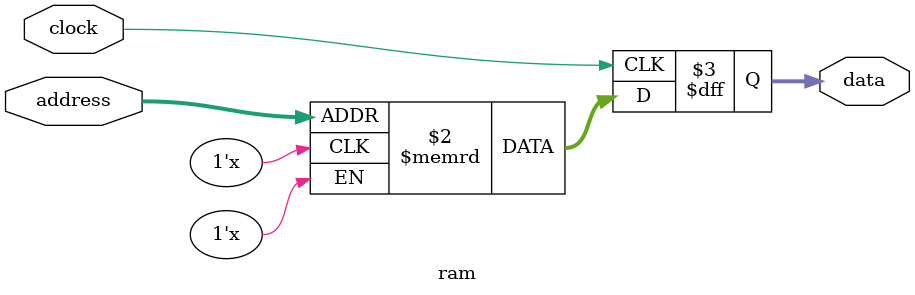
<source format=v>
module ram(
  input clock,
  input [7:0] address,
  output reg [7:0] data
);
  // array
  reg [7:0] memory[255:0];

  always @(posedge clock) begin
    // Async assign.
    data <= memory[address];
  end
endmodule
</source>
